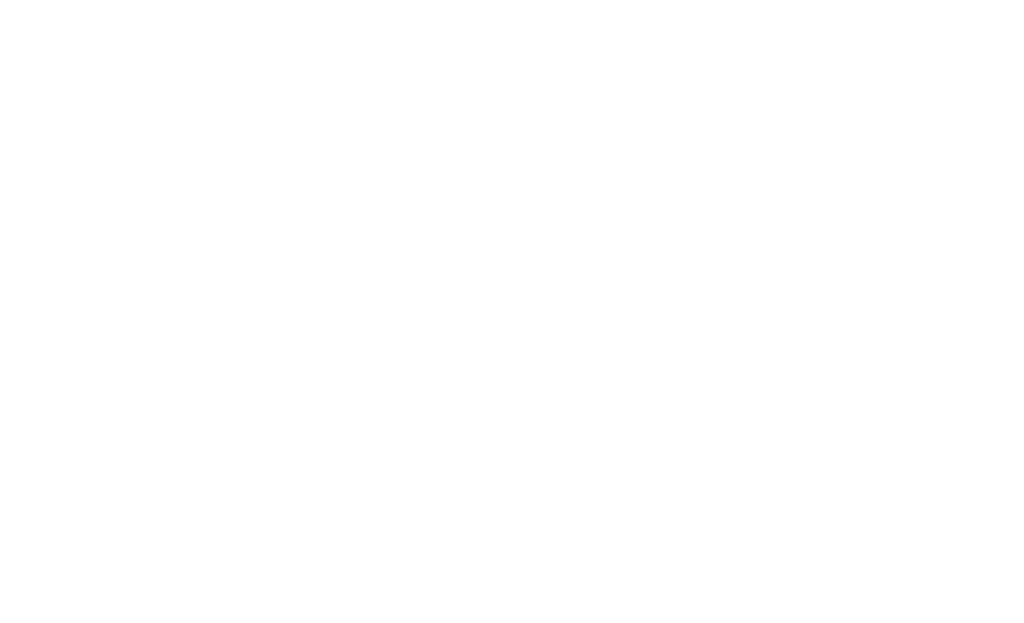
<source format=kicad_pcb>
(kicad_pcb (version 20240108) (generator pcbnew)
  (layers (0 "F.Cu" signal) (31 "B.Cu" signal) (34 "B.Paste" user) (35 "F.Paste" user) (36 "B.SilkS" user "B.Silkscreen") (37 "F.SilkS" user "F.Silkscreen") (38 "B.Mask" user) (39 "F.Mask" user) (44 "Edge.Cuts" user))
  (net 0 "")
  (footprint "MountingHole_8.4mm_M8_Pad" (layer "F.Cu") (at 0 0)
    (property "Reference" "REF**")
    (property "Value" "MountingHole_8.4mm_M8_Pad")
    (pad "1" thru_hole circle (at 0 0) (size 16.8 16.8) (drill 8.4) (layers *.Cu *.Mask) (remove_unused_layers))
  )
)
</source>
